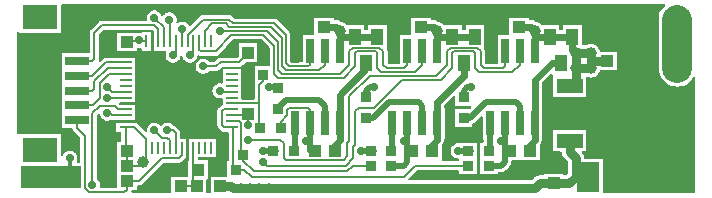
<source format=gbr>
G04 --- HEADER BEGIN --- *
%TF.GenerationSoftware,LibrePCB,LibrePCB,0.1.1-unstable*%
%TF.CreationDate,2019-06-09T12:53:25*%
%TF.ProjectId,Brushless Controller - default,345039e0-aa20-4574-aecf-6ad16ab42204,v1*%
%TF.Part,Single*%
%FSLAX66Y66*%
%MOMM*%
G01*
G74*
G04 --- HEADER END --- *
G04 --- APERTURE LIST BEGIN --- *
%ADD10R,1.0X1.1*%
%ADD11R,1.1X1.0*%
%ADD12R,0.85X0.95*%
%ADD13R,1.0X1.4*%
%ADD14R,1.95X2.5*%
%ADD15R,0.95X0.85*%
%ADD16R,2.2X3.6*%
%ADD17R,2.235X1.219*%
%ADD18R,0.6604X2.032*%
%ADD19R,1.0X1.0*%
%ADD20P,2.54X8X22.5*%
%ADD21R,5.08X1.8288*%
%ADD22R,3.0X2.1*%
%ADD23R,2.0X0.8*%
%ADD24R,1.0X0.2*%
%ADD25R,0.2X1.0*%
%ADD26P,2.54X8X292.5*%
%ADD27C,2.54*%
%ADD28C,0.7*%
%ADD29C,1.0*%
%ADD30C,0.8*%
%ADD31C,0.6*%
%ADD32C,0.5*%
%ADD33C,0.2*%
%ADD34C,2.5*%
%ADD35C,0.3*%
%ADD36C,0.0*%
G04 --- APERTURE LIST END --- *
G04 --- BOARD BEGIN --- *
D10*
X19843750Y10421250D03*
X19843750Y12121250D03*
D11*
X33757500Y3810000D03*
X35457500Y3810000D03*
X41060000Y14287500D03*
X42760000Y14287500D03*
D10*
X45720000Y2755000D03*
X45720000Y1055000D03*
D12*
X29845000Y8336250D03*
X29845000Y6586250D03*
D13*
X37150000Y13482500D03*
X38100000Y11282500D03*
X39050000Y13482500D03*
D11*
X32805000Y14287500D03*
X34505000Y14287500D03*
X7881250Y2540000D03*
X9581250Y2540000D03*
D14*
X51690000Y1587500D03*
X48640000Y1587500D03*
D11*
X12485000Y793750D03*
X14185000Y793750D03*
D15*
X21985000Y3810000D03*
X23735000Y3810000D03*
D11*
X51967500Y11430000D03*
X50267500Y11430000D03*
D16*
X53264000Y6985000D03*
D17*
X47066000Y4674000D03*
X47066000Y6985000D03*
X47066000Y9296000D03*
D12*
X21113750Y10237500D03*
X21113750Y11987500D03*
D11*
X7881250Y3810000D03*
X9581250Y3810000D03*
X24550000Y14287500D03*
X26250000Y14287500D03*
D18*
X40322500Y12280900D03*
X41592500Y6134100D03*
X40322500Y6134100D03*
X42862500Y12280900D03*
X42862500Y6134100D03*
X44132500Y6134100D03*
X44132500Y12280900D03*
X41592500Y12280900D03*
D11*
X13913750Y2222500D03*
X15613750Y2222500D03*
D19*
X17510000Y793750D03*
X15510000Y793750D03*
D20*
X56197500Y1587500D03*
D11*
X7881250Y13017500D03*
X9581250Y13017500D03*
D15*
X38495000Y2540000D03*
X40245000Y2540000D03*
D20*
X56197500Y14922500D03*
D11*
X7881250Y1270000D03*
X9581250Y1270000D03*
D21*
X3175000Y1587500D03*
D10*
X19843750Y8628750D03*
X19843750Y6928750D03*
D11*
X42012500Y3810000D03*
X43712500Y3810000D03*
X25502500Y3810000D03*
X27202500Y3810000D03*
D22*
X2232500Y15150000D03*
X2232500Y3900000D03*
D23*
X5357500Y7650000D03*
X5357500Y12650000D03*
X5357500Y10150000D03*
X5357500Y11400000D03*
X5357500Y8900000D03*
X5357500Y6400000D03*
D18*
X32067500Y12280900D03*
X33337500Y6134100D03*
X32067500Y6134100D03*
X34607500Y12280900D03*
X34607500Y6134100D03*
X35877500Y6134100D03*
X35877500Y12280900D03*
X33337500Y12280900D03*
D24*
X9470000Y10322500D03*
X9470000Y6322500D03*
X9470000Y6822500D03*
X18470000Y10322500D03*
D25*
X13220000Y13072500D03*
D24*
X18470000Y6822500D03*
X18470000Y11322500D03*
D25*
X16720000Y13072500D03*
D24*
X9470000Y9322500D03*
X9470000Y11322500D03*
D25*
X16720000Y4072500D03*
X12720000Y13072500D03*
D24*
X9470000Y7322500D03*
D25*
X12720000Y4072500D03*
X15220000Y4072500D03*
D24*
X18470000Y9822500D03*
X18470000Y7322500D03*
X18470000Y6322500D03*
D25*
X15720000Y4072500D03*
X14220000Y13072500D03*
X16220000Y4072500D03*
D24*
X18470000Y10822500D03*
D25*
X11220000Y4072500D03*
X14720000Y13072500D03*
D24*
X9470000Y9822500D03*
D25*
X13720000Y4072500D03*
X14220000Y4072500D03*
X16220000Y13072500D03*
D24*
X18470000Y8822500D03*
D25*
X11720000Y4072500D03*
D24*
X9470000Y5822500D03*
X9470000Y10822500D03*
D25*
X15720000Y13072500D03*
X12220000Y13072500D03*
X13220000Y4072500D03*
D24*
X18470000Y9322500D03*
X18470000Y8322500D03*
D25*
X14720000Y4072500D03*
D24*
X9470000Y8822500D03*
D25*
X11220000Y13072500D03*
D24*
X9470000Y7822500D03*
X18470000Y7822500D03*
D25*
X12220000Y4072500D03*
X11720000Y13072500D03*
X15220000Y13072500D03*
D24*
X18470000Y5822500D03*
X9470000Y8322500D03*
D25*
X13720000Y13072500D03*
D13*
X28895000Y13482500D03*
X29845000Y11282500D03*
X30795000Y13482500D03*
D12*
X22383750Y9130000D03*
X22383750Y7380000D03*
D15*
X30240000Y2540000D03*
X31990000Y2540000D03*
X30240000Y3810000D03*
X31990000Y3810000D03*
X19448750Y3492500D03*
X17698750Y3492500D03*
X18813750Y2222500D03*
X17063750Y2222500D03*
D13*
X45405000Y13482500D03*
X46355000Y11282500D03*
X47305000Y13482500D03*
D15*
X20873750Y5715000D03*
X22623750Y5715000D03*
D18*
X23812500Y12280900D03*
X25082500Y6134100D03*
X23812500Y6134100D03*
X26352500Y12280900D03*
X26352500Y6134100D03*
X27622500Y6134100D03*
X27622500Y12280900D03*
X25082500Y12280900D03*
D12*
X38100000Y8336250D03*
X38100000Y6586250D03*
D15*
X38495000Y3810000D03*
X40245000Y3810000D03*
D26*
X56197500Y5715000D03*
D27*
X56197500Y10795000D03*
D28*
X14922500Y15557500D03*
X37623750Y3810000D03*
X19843750Y9525000D03*
X7937500Y9207500D03*
X21113750Y2857500D03*
X14922500Y11906250D03*
X21590000Y9207500D03*
X15557500Y5715000D03*
X30480000Y9207500D03*
X14287500Y5715000D03*
X15240000Y6350000D03*
X21113750Y3810000D03*
X10953750Y9366250D03*
X6667500Y952500D03*
X33020000Y4603750D03*
D29*
X48895000Y10795000D03*
X47625000Y10795000D03*
X47625000Y12065000D03*
X48895000Y12065000D03*
X44132500Y13970000D03*
D28*
X1587500Y8890000D03*
X14128750Y15557500D03*
X38735000Y9207500D03*
X3016250Y7620000D03*
X7461250Y5715000D03*
X14287500Y14128750D03*
X17462500Y13970000D03*
X3016250Y8890000D03*
X7461250Y4921250D03*
X3016250Y6350000D03*
X13176250Y14922500D03*
X14922500Y5715000D03*
X10636250Y13176250D03*
X16033750Y10953750D03*
D29*
X10953750Y2857500D03*
D30*
X21590000Y635000D03*
X20002500Y635000D03*
X19208750Y635000D03*
X20796250Y635000D03*
D28*
X7937500Y8255000D03*
X1587500Y6350000D03*
X24765000Y4603750D03*
D29*
X27622500Y13970000D03*
D28*
X19843750Y6032500D03*
X29368750Y3810000D03*
X41275000Y4603750D03*
X1587500Y7620000D03*
X19843750Y4762500D03*
X13493750Y11906250D03*
X12858750Y2381250D03*
X4762500Y3175000D03*
X13017500Y5556250D03*
X1587500Y10160000D03*
X11906250Y15081250D03*
X11906250Y5556250D03*
D29*
X35877500Y13970000D03*
D28*
X4445000Y15875000D03*
X7937500Y6985000D03*
X3016250Y10160000D03*
X17462500Y8890000D03*
D31*
X35457500Y3810000D02*
X35457500Y4342500D01*
X35877500Y7937500D02*
X35877500Y6350000D01*
X35457500Y4342500D02*
X35877500Y4762500D01*
X38100000Y10160000D02*
X35877500Y7937500D01*
X35877500Y6134100D02*
X35877500Y6350000D01*
X38100000Y11282500D02*
X38100000Y10160000D01*
X35877500Y4762500D02*
X35877500Y6350000D01*
D32*
X38495000Y3810000D02*
X38735000Y3810000D01*
X37623750Y3810000D02*
X38735000Y3810000D01*
D33*
X8322500Y8822500D02*
X7937500Y9207500D01*
X9470000Y8822500D02*
X8322500Y8822500D01*
D32*
X38100000Y6586250D02*
X38653750Y6586250D01*
X42545000Y7937500D02*
X42862500Y7620000D01*
X42862500Y6134100D02*
X42862500Y6032500D01*
X38653750Y6586250D02*
X40005000Y7937500D01*
X40005000Y7937500D02*
X42545000Y7937500D01*
X42862500Y7620000D02*
X42862500Y6032500D01*
D33*
X28892500Y4286250D02*
X28892500Y7143750D01*
X30480000Y7461250D02*
X29210000Y7461250D01*
X28892500Y7143750D02*
X29210000Y7461250D01*
X36195000Y9842500D02*
X32861250Y9842500D01*
X15220000Y12203750D02*
X14922500Y11906250D01*
X42862500Y11112500D02*
X42227500Y10477500D01*
X42862500Y12280900D02*
X42862500Y11112500D01*
X37147500Y10795000D02*
X36195000Y9842500D01*
X28733750Y3175000D02*
X28098750Y2540000D01*
X15220000Y13072500D02*
X15220000Y12203750D01*
X37147500Y12065000D02*
X37147500Y10795000D01*
X28098750Y2540000D02*
X21431250Y2540000D01*
X32861250Y9842500D02*
X30480000Y7461250D01*
X28733750Y3175000D02*
X28733750Y4127500D01*
X42227500Y10477500D02*
X39370000Y10477500D01*
X39052500Y10795000D02*
X39052500Y12065000D01*
X39052500Y12065000D02*
X38893750Y12223750D01*
X28733750Y4127500D02*
X28892500Y4286250D01*
X38893750Y12223750D02*
X37306250Y12223750D01*
X37306250Y12223750D02*
X37147500Y12065000D01*
X39370000Y10477500D02*
X39052500Y10795000D01*
X21431250Y2540000D02*
X21113750Y2857500D01*
D32*
X21590000Y9207500D02*
X22383750Y9207500D01*
X22383750Y9130000D02*
X22383750Y9207500D01*
X29845000Y8890000D02*
X30162500Y9207500D01*
X30162500Y9207500D02*
X30480000Y9207500D01*
X29845000Y8336250D02*
X29845000Y8890000D01*
X23812500Y6134100D02*
X23812500Y3810000D01*
X23735000Y3810000D02*
X23812500Y3810000D01*
X21985000Y3810000D02*
X22225000Y3810000D01*
X21113750Y3810000D02*
X22225000Y3810000D01*
D33*
X7302500Y7620000D02*
X6667500Y6985000D01*
X8572500Y7620000D02*
X7302500Y7620000D01*
X8870000Y7322500D02*
X8572500Y7620000D01*
X6667500Y6985000D02*
X6667500Y952500D01*
X9470000Y7322500D02*
X8870000Y7322500D01*
D32*
X31990000Y2540000D02*
X33020000Y2540000D01*
X33337500Y2857500D02*
X33337500Y3810000D01*
X33020000Y4603750D02*
X33337500Y4603750D01*
X33757500Y3810000D02*
X33337500Y3810000D01*
X33337500Y3810000D02*
X33337500Y4603750D01*
X33337500Y6134100D02*
X33337500Y4603750D01*
X33020000Y2540000D02*
X33337500Y2857500D01*
X32067500Y6134100D02*
X32067500Y3810000D01*
X31990000Y3810000D02*
X32067500Y3810000D01*
D30*
X47625000Y10795000D02*
X47625000Y12065000D01*
D31*
X42760000Y14287500D02*
X43815000Y14287500D01*
X47305000Y12385000D02*
X47625000Y12065000D01*
D30*
X48895000Y11430000D02*
X48895000Y10795000D01*
D31*
X47305000Y13482500D02*
X47305000Y12385000D01*
D30*
X50267500Y11430000D02*
X48895000Y11430000D01*
X48895000Y12065000D02*
X47625000Y12065000D01*
X48895000Y12065000D02*
X48895000Y11430000D01*
X47625000Y10795000D02*
X48895000Y10795000D01*
D31*
X44132500Y13970000D02*
X44132500Y13482500D01*
D30*
X47625000Y9296000D02*
X47625000Y10795000D01*
D31*
X44132500Y12280900D02*
X44132500Y13482500D01*
X47305000Y13482500D02*
X44132500Y13482500D01*
X43815000Y14287500D02*
X44132500Y13970000D01*
D30*
X47066000Y9296000D02*
X47625000Y9296000D01*
D33*
X19448750Y2935000D02*
X20320000Y2063750D01*
X28733750Y2540000D02*
X28257500Y2063750D01*
X19077500Y6322500D02*
X19208750Y6191250D01*
X19448750Y3492500D02*
X19208750Y3651250D01*
X18470000Y6322500D02*
X19077500Y6322500D01*
X19448750Y3492500D02*
X19448750Y2935000D01*
X28257500Y2063750D02*
X20320000Y2063750D01*
X30240000Y2540000D02*
X28733750Y2540000D01*
X19208750Y6191250D02*
X19208750Y3651250D01*
D31*
X45572500Y11282500D02*
X44132500Y9842500D01*
X44132500Y6032500D02*
X44132500Y6134100D01*
X44132500Y9842500D02*
X44132500Y6350000D01*
X46355000Y11282500D02*
X45572500Y11282500D01*
X43712500Y4342500D02*
X44132500Y4762500D01*
X44132500Y6134100D02*
X44132500Y6350000D01*
X43712500Y3810000D02*
X43712500Y4342500D01*
X44132500Y4762500D02*
X44132500Y6032500D01*
D32*
X38417500Y9207500D02*
X38735000Y9207500D01*
X38100000Y8890000D02*
X38417500Y9207500D01*
X38100000Y8336250D02*
X38100000Y8890000D01*
X26352500Y6134100D02*
X26352500Y6191250D01*
X22302500Y7380000D02*
X23018750Y8096250D01*
X22383750Y7380000D02*
X22302500Y7380000D01*
X25876250Y8096250D02*
X26352500Y7620000D01*
X26352500Y7620000D02*
X26352500Y6191250D01*
X23018750Y8096250D02*
X25876250Y8096250D01*
D33*
X31591250Y10795000D02*
X31273750Y11112500D01*
X27622500Y10318750D02*
X22701250Y10318750D01*
X28416250Y11112500D02*
X27622500Y10318750D01*
X21431250Y13970000D02*
X17462500Y13970000D01*
X28733750Y12541250D02*
X28416250Y12223750D01*
X28416250Y12223750D02*
X28416250Y11112500D01*
X22701250Y10318750D02*
X22383750Y10636250D01*
X22383750Y13017500D02*
X21431250Y13970000D01*
X33020000Y10795000D02*
X31591250Y10795000D01*
X30956250Y12541250D02*
X28733750Y12541250D01*
X31273750Y11112500D02*
X31273750Y12223750D01*
X22383750Y10636250D02*
X22383750Y13017500D01*
X31273750Y12223750D02*
X30956250Y12541250D01*
X14220000Y13072500D02*
X14220000Y14061250D01*
X33337500Y12280900D02*
X33337500Y11112500D01*
X33337500Y11112500D02*
X33020000Y10795000D01*
X14220000Y14061250D02*
X14287500Y14128750D01*
D32*
X34607500Y7620000D02*
X34607500Y6350000D01*
X29845000Y6586250D02*
X30398750Y6586250D01*
X30398750Y6586250D02*
X31750000Y7937500D01*
X34290000Y7937500D02*
X34607500Y7620000D01*
X31750000Y7937500D02*
X34290000Y7937500D01*
X34607500Y6134100D02*
X34607500Y6350000D01*
D33*
X13220000Y14878750D02*
X13176250Y14922500D01*
X13220000Y13072500D02*
X13220000Y14878750D01*
X5357500Y8900000D02*
X6667500Y8890000D01*
X6826250Y9683750D02*
X6826250Y9048750D01*
X7965000Y10822500D02*
X6826250Y9683750D01*
X9470000Y10822500D02*
X7965000Y10822500D01*
X6826250Y9048750D02*
X6667500Y8890000D01*
X17145000Y10953750D02*
X16033750Y10953750D01*
X18470000Y11322500D02*
X17513750Y11322500D01*
X11220000Y4072500D02*
X11220000Y4813750D01*
D30*
X20002500Y635000D02*
X19208750Y635000D01*
D33*
X19843750Y12121250D02*
X19741250Y11962500D01*
X11220000Y3123750D02*
X10953750Y2857500D01*
X9581250Y3810000D02*
X9470000Y4023750D01*
X9581250Y13017500D02*
X9580000Y13072500D01*
X9470000Y5822500D02*
X9470000Y4023750D01*
D30*
X45720000Y1055000D02*
X44552500Y1055000D01*
X45720000Y1055000D02*
X46990000Y1055000D01*
D33*
X9581250Y3707500D02*
X9581250Y3810000D01*
X17513750Y11322500D02*
X17145000Y10953750D01*
X10636250Y2540000D02*
X10953750Y2857500D01*
X9581250Y2540000D02*
X9581250Y3707500D01*
D30*
X19208750Y635000D02*
X18573750Y635000D01*
X47625000Y1587500D02*
X47625000Y3175000D01*
X21590000Y635000D02*
X44132500Y635000D01*
D33*
X19741250Y11962500D02*
X19105000Y11326250D01*
D30*
X18415000Y793750D02*
X17621250Y793750D01*
D33*
X10740000Y13072500D02*
X10636250Y13176250D01*
D30*
X21590000Y635000D02*
X20796250Y635000D01*
X20796250Y635000D02*
X20002500Y635000D01*
X48640000Y1587500D02*
X47625000Y1587500D01*
D33*
X11220000Y4072500D02*
X11220000Y3123750D01*
X10740000Y13072500D02*
X9580000Y13072500D01*
D30*
X47066000Y3734000D02*
X47625000Y3175000D01*
X18573750Y635000D02*
X18415000Y793750D01*
X44552500Y1055000D02*
X44132500Y635000D01*
D33*
X10211250Y5822500D02*
X11220000Y4813750D01*
D30*
X47625000Y1587500D02*
X46990000Y1055000D01*
X47066000Y4674000D02*
X47066000Y3734000D01*
D33*
X9470000Y5822500D02*
X10211250Y5822500D01*
X9581250Y2540000D02*
X10636250Y2540000D01*
D30*
X17510000Y793750D02*
X17621250Y793750D01*
D33*
X18470000Y11322500D02*
X19105000Y11326250D01*
X11220000Y13072500D02*
X10740000Y13072500D01*
X8005000Y8322500D02*
X7937500Y8255000D01*
X9470000Y8322500D02*
X8005000Y8322500D01*
X7461250Y14446250D02*
X6826250Y13811250D01*
X12220000Y13072500D02*
X12220000Y14132500D01*
X6826250Y11588750D02*
X6826250Y13811250D01*
X5357500Y11400000D02*
X6637500Y11400000D01*
X12220000Y14132500D02*
X11906250Y14446250D01*
X6637500Y11400000D02*
X6826250Y11588750D01*
X11906250Y14446250D02*
X7461250Y14446250D01*
D34*
X56197500Y14922500D02*
X56197500Y10795000D01*
D33*
X22623750Y6272500D02*
X23177500Y6826250D01*
D32*
X25082500Y6134100D02*
X25082500Y4603750D01*
D33*
X23336250Y7461250D02*
X24923750Y7461250D01*
X23177500Y6826250D02*
X23177500Y7302500D01*
X25082500Y7302500D02*
X25082500Y6191250D01*
D32*
X25502500Y3810000D02*
X25082500Y3810000D01*
D33*
X23177500Y7302500D02*
X23336250Y7461250D01*
D32*
X24765000Y4603750D02*
X25082500Y4603750D01*
D33*
X25082500Y6191250D02*
X25082500Y6134100D01*
D32*
X25082500Y3810000D02*
X25082500Y4603750D01*
D33*
X24923750Y7461250D02*
X25082500Y7302500D01*
X22623750Y5715000D02*
X22623750Y6272500D01*
X18470000Y7822500D02*
X20796250Y7822500D01*
X20796250Y9366250D02*
X21113750Y9683750D01*
X20873750Y5715000D02*
X20796250Y5792500D01*
X20796250Y5792500D02*
X20796250Y7822500D01*
X21113750Y9683750D02*
X21113750Y10318750D01*
X20796250Y7822500D02*
X20796250Y9366250D01*
X21113750Y10237500D02*
X21113750Y10318750D01*
X28892500Y12065000D02*
X28892500Y10953750D01*
X29051250Y12223750D02*
X28892500Y12065000D01*
X30797500Y12065000D02*
X30638750Y12223750D01*
X33972500Y10477500D02*
X31115000Y10477500D01*
X28892500Y10953750D02*
X27940000Y10001250D01*
X34607500Y12280900D02*
X34607500Y11112500D01*
X15720000Y12378750D02*
X15875000Y12223750D01*
X22383750Y10001250D02*
X22066250Y10318750D01*
X22066250Y10318750D02*
X22066250Y12700000D01*
X30797500Y10795000D02*
X30797500Y12065000D01*
X15720000Y13072500D02*
X15720000Y12378750D01*
X15875000Y12223750D02*
X17145000Y12223750D01*
X31115000Y10477500D02*
X30797500Y10795000D01*
X17145000Y12223750D02*
X18415000Y13652500D01*
X27940000Y10001250D02*
X22383750Y10001250D01*
X22066250Y12700000D02*
X21113750Y13652500D01*
X21113750Y13652500D02*
X18415000Y13652500D01*
X30638750Y12223750D02*
X29051250Y12223750D01*
X34607500Y11112500D02*
X33972500Y10477500D01*
X5357500Y7650000D02*
X6697500Y7650000D01*
X8100000Y10322500D02*
X7302500Y9525000D01*
X6697500Y7650000D02*
X7302500Y8255000D01*
X7302500Y8255000D02*
X7302500Y9525000D01*
X9470000Y10322500D02*
X8100000Y10322500D01*
D31*
X27622500Y13970000D02*
X27622500Y13482500D01*
X30795000Y13482500D02*
X27622500Y13482500D01*
X26250000Y14287500D02*
X27305000Y14287500D01*
X27622500Y12280900D02*
X27622500Y13482500D01*
X27305000Y14287500D02*
X27622500Y13970000D01*
D33*
X19843750Y6928750D02*
X19681250Y6822500D01*
X19843750Y6667500D02*
X19681250Y6822500D01*
X18470000Y6822500D02*
X19681250Y6822500D01*
X19843750Y6032500D02*
X19843750Y6667500D01*
D32*
X29368750Y3810000D02*
X30480000Y3810000D01*
X30240000Y3810000D02*
X30480000Y3810000D01*
X41592500Y2857500D02*
X41592500Y3810000D01*
X41592500Y6134100D02*
X41592500Y4603750D01*
X41275000Y2540000D02*
X41592500Y2857500D01*
X40245000Y2540000D02*
X41275000Y2540000D01*
X41275000Y4603750D02*
X41592500Y4603750D01*
X41592500Y3810000D02*
X41592500Y4603750D01*
X42012500Y3810000D02*
X41592500Y3810000D01*
D33*
X15220000Y2222500D02*
X15220000Y793750D01*
X15510000Y793750D02*
X15220000Y793750D01*
X14185000Y793750D02*
X15220000Y793750D01*
X15220000Y4072500D02*
X15220000Y2222500D01*
X15613750Y2222500D02*
X15220000Y2222500D01*
X22542500Y4762500D02*
X19843750Y4762500D01*
X36671250Y11112500D02*
X35718750Y10160000D01*
X39528750Y11112500D02*
X39528750Y12223750D01*
X13720000Y13072500D02*
X13720000Y12132500D01*
X36988750Y12541250D02*
X36671250Y12223750D01*
X22860000Y3175000D02*
X22860000Y4445000D01*
X39211250Y12541250D02*
X36988750Y12541250D01*
X39846250Y10795000D02*
X39528750Y11112500D01*
X28257500Y3333750D02*
X27940000Y3016250D01*
X23018750Y3016250D02*
X22860000Y3175000D01*
X28416250Y8413750D02*
X28416250Y4603750D01*
X22860000Y4445000D02*
X22542500Y4762500D01*
X27940000Y3016250D02*
X23018750Y3016250D01*
X35718750Y10160000D02*
X30162500Y10160000D01*
X36671250Y12223750D02*
X36671250Y11112500D01*
X41433750Y10795000D02*
X39846250Y10795000D01*
X13720000Y12132500D02*
X13493750Y11906250D01*
X30162500Y10160000D02*
X28416250Y8413750D01*
X28257500Y4445000D02*
X28257500Y3333750D01*
X39528750Y12223750D02*
X39211250Y12541250D01*
X41592500Y12280900D02*
X41592500Y10953750D01*
X41592500Y10953750D02*
X41433750Y10795000D01*
X28416250Y4603750D02*
X28257500Y4445000D01*
X14720000Y13072500D02*
X14720000Y13608750D01*
X18573750Y14605000D02*
X22066250Y14605000D01*
X18256250Y14922500D02*
X18573750Y14605000D01*
X23336250Y10953750D02*
X23018750Y11271250D01*
X22066250Y14605000D02*
X23018750Y13652500D01*
X14720000Y13608750D02*
X16033750Y14922500D01*
X23018750Y11271250D02*
X23018750Y13652500D01*
X25082500Y12280900D02*
X25082500Y11112500D01*
X16033750Y14922500D02*
X18256250Y14922500D01*
X24923750Y10953750D02*
X23336250Y10953750D01*
X25082500Y11112500D02*
X24923750Y10953750D01*
X23018750Y10636250D02*
X22701250Y10953750D01*
X16220000Y13072500D02*
X16220000Y13997500D01*
X18256250Y14287500D02*
X21748750Y14287500D01*
X21748750Y14287500D02*
X22701250Y13335000D01*
X17938750Y14605000D02*
X18256250Y14287500D01*
X22701250Y13335000D02*
X22701250Y10953750D01*
X16220000Y13997500D02*
X16827500Y14605000D01*
X25876250Y10636250D02*
X23018750Y10636250D01*
X26352500Y12280900D02*
X26352500Y11112500D01*
X26352500Y11112500D02*
X25876250Y10636250D01*
X16827500Y14605000D02*
X17938750Y14605000D01*
D31*
X27622500Y8572500D02*
X27622500Y6032500D01*
X27622500Y4762500D02*
X27622500Y6032500D01*
X29845000Y11282500D02*
X29845000Y10795000D01*
X27622500Y6134100D02*
X27622500Y6032500D01*
X27202500Y3810000D02*
X27202500Y4342500D01*
X29845000Y10795000D02*
X27622500Y8572500D01*
X27202500Y4342500D02*
X27622500Y4762500D01*
D35*
X3175000Y1587500D02*
X4762500Y1587500D01*
X4762500Y3175000D02*
X4762500Y1587500D01*
D33*
X13720000Y5330000D02*
X13493750Y5556250D01*
X13493750Y5556250D02*
X13017500Y5556250D01*
X13720000Y4072500D02*
X13720000Y5330000D01*
X9470000Y11322500D02*
X7830000Y11322500D01*
X5357500Y10150000D02*
X6667500Y10160000D01*
X7830000Y11322500D02*
X6667500Y10160000D01*
X12720000Y13072500D02*
X12720000Y14267500D01*
X12720000Y14267500D02*
X11906250Y15081250D01*
X12541250Y4921250D02*
X11906250Y5556250D01*
X13220000Y4072500D02*
X13220000Y4718750D01*
X13220000Y4718750D02*
X13017500Y4921250D01*
X13017500Y4921250D02*
X12541250Y4921250D01*
X18470000Y5822500D02*
X18573750Y5822500D01*
X19526250Y2222500D02*
X18891250Y2222500D01*
X18813750Y2222500D02*
X18891250Y2222500D01*
X18470000Y7322500D02*
X17800000Y7322500D01*
X17800000Y7322500D02*
X17621250Y7143750D01*
X17831250Y5822500D02*
X17621250Y6032500D01*
X18813750Y2222500D02*
X18573750Y2222500D01*
X33020000Y1587500D02*
X20161250Y1587500D01*
X33972500Y2540000D02*
X33020000Y1587500D01*
X38495000Y2540000D02*
X33972500Y2540000D01*
X18573750Y2222500D02*
X18573750Y5822500D01*
X17621250Y7143750D02*
X17621250Y6032500D01*
X18470000Y5822500D02*
X17831250Y5822500D01*
X20161250Y1587500D02*
X19526250Y2222500D01*
D31*
X34505000Y14287500D02*
X35560000Y14287500D01*
X39050000Y13482500D02*
X35877500Y13482500D01*
X35877500Y12280900D02*
X35877500Y13482500D01*
X35560000Y14287500D02*
X35877500Y13970000D01*
X35877500Y13970000D02*
X35877500Y13482500D01*
D33*
X8417500Y6822500D02*
X7937500Y6985000D01*
X9470000Y6822500D02*
X8417500Y6822500D01*
D32*
X40322500Y6134100D02*
X40322500Y3810000D01*
X40245000Y3810000D02*
X40322500Y3810000D01*
D33*
X13970000Y3175000D02*
X12541250Y3175000D01*
X5357500Y5755000D02*
X6032500Y5080000D01*
X14220000Y3425000D02*
X13970000Y3175000D01*
X6032500Y5080000D02*
X6032500Y635000D01*
X10636250Y1270000D02*
X9683750Y1270000D01*
X9366250Y317500D02*
X6350000Y317500D01*
X9581250Y1270000D02*
X9581250Y532500D01*
X14220000Y4072500D02*
X14220000Y3425000D01*
X5357500Y6400000D02*
X5357500Y5755000D01*
X9683750Y1270000D02*
X9581250Y1270000D01*
X6032500Y635000D02*
X6350000Y317500D01*
X9581250Y532500D02*
X9366250Y317500D01*
X12541250Y3175000D02*
X10636250Y1270000D01*
X18470000Y8822500D02*
X17530000Y8822500D01*
X17530000Y8822500D02*
X17462500Y8890000D01*
D36*
G36*
X57679327Y299500D02*
X57720000Y380000D01*
X57720000Y9967550D01*
X57700500Y10026877D01*
X57649605Y10063067D01*
X57587164Y10062005D01*
X57534736Y10019800D01*
X57453530Y9887283D01*
X57448922Y9880941D01*
X57296073Y9701979D01*
X57290520Y9696426D01*
X57111558Y9543577D01*
X57105216Y9538969D01*
X56904533Y9415991D01*
X56897556Y9412436D01*
X56680108Y9322367D01*
X56672653Y9319944D01*
X56443788Y9264999D01*
X56436064Y9263775D01*
X56201414Y9245308D01*
X56193586Y9245308D01*
X55958935Y9263775D01*
X55951211Y9264999D01*
X55722346Y9319944D01*
X55714891Y9322367D01*
X55497443Y9412436D01*
X55490466Y9415991D01*
X55289783Y9538969D01*
X55283441Y9543577D01*
X55104479Y9696426D01*
X55098926Y9701979D01*
X54946077Y9880941D01*
X54941469Y9887283D01*
X54818491Y10087966D01*
X54814936Y10094943D01*
X54724867Y10312391D01*
X54722444Y10319846D01*
X54667499Y10548711D01*
X54666275Y10556435D01*
X54647808Y10791086D01*
X54647808Y10798914D01*
X54666583Y11037473D01*
X54666580Y11037473D01*
X54667500Y11049165D01*
X54667500Y14232184D01*
X54659888Y14270452D01*
X54647500Y14300360D01*
X54647500Y15544640D01*
X54661564Y15578595D01*
X55132258Y16049289D01*
X55160420Y16105029D01*
X55150022Y16166607D01*
X55105118Y16210008D01*
X55061547Y16220000D01*
X4112500Y16220000D01*
X4053173Y16200500D01*
X4012500Y16120000D01*
X4012500Y13836013D01*
X4010934Y13831248D01*
X3988672Y13820000D01*
X468513Y13820000D01*
X455716Y13824206D01*
X425095Y13854827D01*
X363349Y13864176D01*
X308097Y13835070D01*
X280000Y13765572D01*
X280000Y5293369D01*
X299500Y5234042D01*
X350395Y5197852D01*
X425096Y5204115D01*
X476328Y5230000D01*
X3996487Y5230000D01*
X4001252Y5228434D01*
X4012500Y5206172D01*
X4012500Y3505788D01*
X4032000Y3446461D01*
X4082895Y3410271D01*
X4145336Y3411333D01*
X4201045Y3459315D01*
X4208097Y3472752D01*
X4287503Y3587791D01*
X4295465Y3596777D01*
X4400090Y3689467D01*
X4409976Y3696291D01*
X4533738Y3761247D01*
X4544975Y3765509D01*
X4680684Y3798957D01*
X4692613Y3800406D01*
X4832386Y3800406D01*
X4844315Y3798957D01*
X4980024Y3765509D01*
X4991261Y3761247D01*
X5115023Y3696291D01*
X5124909Y3689467D01*
X5229534Y3596777D01*
X5237496Y3587791D01*
X5316902Y3472752D01*
X5322481Y3462121D01*
X5372050Y3331420D01*
X5374922Y3319767D01*
X5391771Y3181004D01*
X5391771Y3168996D01*
X5374922Y3030232D01*
X5372050Y3018582D01*
X5333662Y2917361D01*
X5330857Y2854974D01*
X5365612Y2803088D01*
X5427164Y2781900D01*
X5552500Y2781900D01*
X5611827Y2801400D01*
X5652500Y2881900D01*
X5652500Y4881177D01*
X5623211Y4951888D01*
X5091576Y5483523D01*
X5086490Y5489479D01*
X5075852Y5504120D01*
X5065662Y5516052D01*
X5055639Y5526075D01*
X5046501Y5538653D01*
X5040071Y5551272D01*
X5031874Y5564648D01*
X5023542Y5576116D01*
X5016487Y5589963D01*
X5012108Y5603441D01*
X5006103Y5617938D01*
X4999671Y5630561D01*
X4993062Y5650902D01*
X4956183Y5701300D01*
X4897956Y5720000D01*
X4093513Y5720000D01*
X4088748Y5721566D01*
X4077500Y5743828D01*
X4077500Y12063987D01*
X4079066Y12068752D01*
X4101328Y12080000D01*
X6346250Y12080000D01*
X6405577Y12099500D01*
X6446250Y12180000D01*
X6446250Y13807319D01*
X6446865Y13815132D01*
X6449697Y13833014D01*
X6450928Y13848657D01*
X6450928Y13862827D01*
X6453360Y13878182D01*
X6457738Y13891656D01*
X6461402Y13906918D01*
X6463616Y13920899D01*
X6468421Y13935688D01*
X6474852Y13948309D01*
X6480857Y13962806D01*
X6485236Y13976284D01*
X6492292Y13990132D01*
X6500622Y14001597D01*
X6508821Y14014977D01*
X6515254Y14027602D01*
X6524384Y14040169D01*
X6534404Y14050189D01*
X6544595Y14062121D01*
X6555247Y14076782D01*
X6560321Y14082723D01*
X7189777Y14712179D01*
X7195718Y14717253D01*
X7210379Y14727905D01*
X7222311Y14738096D01*
X7232330Y14748115D01*
X7244897Y14757245D01*
X7257522Y14763678D01*
X7270902Y14771877D01*
X7282367Y14780207D01*
X7296215Y14787263D01*
X7309693Y14791642D01*
X7324190Y14797647D01*
X7336811Y14804078D01*
X7351599Y14808883D01*
X7365587Y14811098D01*
X7380848Y14814762D01*
X7394314Y14819138D01*
X7409676Y14821571D01*
X7423837Y14821571D01*
X7439481Y14822802D01*
X7457369Y14825635D01*
X7465181Y14826250D01*
X11194335Y14826250D01*
X11253662Y14845750D01*
X11289852Y14896645D01*
X11293606Y14938303D01*
X11276979Y15075246D01*
X11276979Y15087254D01*
X11293828Y15226018D01*
X11296699Y15237668D01*
X11346268Y15368371D01*
X11351847Y15379002D01*
X11431253Y15494041D01*
X11439215Y15503027D01*
X11543840Y15595717D01*
X11553726Y15602541D01*
X11677488Y15667497D01*
X11688725Y15671759D01*
X11824434Y15705207D01*
X11836363Y15706656D01*
X11976136Y15706656D01*
X11988065Y15705207D01*
X12123774Y15671759D01*
X12135011Y15667497D01*
X12258773Y15602541D01*
X12268659Y15595717D01*
X12373284Y15503027D01*
X12381246Y15494041D01*
X12460652Y15379002D01*
X12466231Y15368372D01*
X12490103Y15305425D01*
X12529373Y15256868D01*
X12589794Y15241077D01*
X12665903Y15284078D01*
X12701253Y15335291D01*
X12709215Y15344277D01*
X12813840Y15436967D01*
X12823726Y15443791D01*
X12947488Y15508747D01*
X12958725Y15513009D01*
X13094434Y15546457D01*
X13106363Y15547906D01*
X13246136Y15547906D01*
X13258065Y15546457D01*
X13393774Y15513009D01*
X13405011Y15508747D01*
X13528773Y15443791D01*
X13538659Y15436967D01*
X13643284Y15344277D01*
X13651246Y15335291D01*
X13730652Y15220252D01*
X13736231Y15209621D01*
X13785800Y15078920D01*
X13788672Y15067267D01*
X13805521Y14928504D01*
X13805521Y14916496D01*
X13788672Y14777732D01*
X13784351Y14760202D01*
X13786646Y14759636D01*
X13784275Y14707095D01*
X13819022Y14655204D01*
X13877779Y14634046D01*
X13928631Y14649112D01*
X13929619Y14647229D01*
X14058738Y14714997D01*
X14069975Y14719259D01*
X14205684Y14752707D01*
X14217613Y14754156D01*
X14357386Y14754156D01*
X14369315Y14752707D01*
X14505024Y14719259D01*
X14516261Y14714997D01*
X14640023Y14650041D01*
X14649909Y14643217D01*
X14754534Y14550527D01*
X14762499Y14541537D01*
X14838445Y14431510D01*
X14888194Y14393761D01*
X14950638Y14392889D01*
X14991454Y14417605D01*
X15762278Y15188429D01*
X15768225Y15193508D01*
X15782875Y15204152D01*
X15794808Y15214343D01*
X15804825Y15224360D01*
X15817403Y15233498D01*
X15830026Y15239930D01*
X15843402Y15248127D01*
X15854864Y15256454D01*
X15868715Y15263512D01*
X15882187Y15267889D01*
X15896684Y15273894D01*
X15909312Y15280328D01*
X15924098Y15285132D01*
X15938095Y15287349D01*
X15953356Y15291013D01*
X15966816Y15295387D01*
X15982178Y15297820D01*
X15996330Y15297820D01*
X16011974Y15299051D01*
X16029869Y15301885D01*
X16037681Y15302500D01*
X18252319Y15302500D01*
X18260131Y15301885D01*
X18278025Y15299051D01*
X18293669Y15297820D01*
X18307824Y15297820D01*
X18323179Y15295388D01*
X18336644Y15291013D01*
X18351901Y15287350D01*
X18365905Y15285132D01*
X18380686Y15280329D01*
X18393317Y15273893D01*
X18407817Y15267887D01*
X18421279Y15263513D01*
X18435137Y15256452D01*
X18446587Y15248133D01*
X18459970Y15239931D01*
X18472600Y15233496D01*
X18485170Y15224364D01*
X18495194Y15214340D01*
X18507127Y15204149D01*
X18521772Y15193509D01*
X18527725Y15188425D01*
X18701861Y15014289D01*
X18772572Y14985000D01*
X22062319Y14985000D01*
X22070131Y14984385D01*
X22088013Y14981553D01*
X22103657Y14980322D01*
X22117823Y14980322D01*
X22133185Y14977889D01*
X22146657Y14973511D01*
X22161918Y14969847D01*
X22175903Y14967632D01*
X22190685Y14962829D01*
X22203300Y14956401D01*
X22217802Y14950395D01*
X22231278Y14946017D01*
X22245135Y14938956D01*
X22256600Y14930626D01*
X22269984Y14922425D01*
X22282596Y14915999D01*
X22295170Y14906864D01*
X22305191Y14896843D01*
X22317123Y14886653D01*
X22331771Y14876010D01*
X22337727Y14870924D01*
X23284675Y13923976D01*
X23289759Y13918023D01*
X23300402Y13903374D01*
X23310593Y13891441D01*
X23320614Y13881420D01*
X23329747Y13868850D01*
X23336184Y13856217D01*
X23344381Y13842841D01*
X23352705Y13831383D01*
X23359762Y13817534D01*
X23364139Y13804062D01*
X23370144Y13789565D01*
X23376579Y13776935D01*
X23381382Y13762154D01*
X23383600Y13748151D01*
X23387264Y13732891D01*
X23391638Y13719430D01*
X23394070Y13704074D01*
X23394070Y13689919D01*
X23395301Y13674275D01*
X23398135Y13656381D01*
X23398750Y13648569D01*
X23398750Y11470072D01*
X23428039Y11399361D01*
X23464361Y11363039D01*
X23535072Y11333750D01*
X24372300Y11333750D01*
X24431627Y11353250D01*
X24472300Y11433750D01*
X24472300Y13560887D01*
X24473866Y13565652D01*
X24496128Y13576900D01*
X25320000Y13576900D01*
X25379327Y13596400D01*
X25420000Y13676900D01*
X25420000Y15051487D01*
X25421566Y15056252D01*
X25443828Y15067500D01*
X27063987Y15067500D01*
X27068752Y15065934D01*
X27080000Y15043672D01*
X27080000Y14967500D01*
X27099500Y14908173D01*
X27180000Y14867500D01*
X27301720Y14867500D01*
X27308257Y14867071D01*
X27448617Y14848593D01*
X27461170Y14845229D01*
X27588949Y14792301D01*
X27600196Y14785807D01*
X27628998Y14763706D01*
X27678678Y14743670D01*
X27790480Y14731072D01*
X27801372Y14728586D01*
X27955628Y14674610D01*
X27965682Y14669768D01*
X28104065Y14582817D01*
X28112795Y14575855D01*
X28196861Y14491789D01*
X28267572Y14462500D01*
X29658987Y14462500D01*
X29663752Y14460934D01*
X29675000Y14438672D01*
X29675000Y14162500D01*
X29694500Y14103173D01*
X29775000Y14062500D01*
X29915000Y14062500D01*
X29974327Y14082000D01*
X30015000Y14162500D01*
X30015000Y14446487D01*
X30016566Y14451252D01*
X30038828Y14462500D01*
X31558987Y14462500D01*
X31563752Y14460934D01*
X31575000Y14438672D01*
X31575000Y12502500D01*
X31577653Y12502500D01*
X31582050Y12445392D01*
X31591182Y12427469D01*
X31599383Y12414087D01*
X31607702Y12402637D01*
X31614763Y12388779D01*
X31619137Y12375317D01*
X31625143Y12360817D01*
X31631579Y12348186D01*
X31636382Y12333405D01*
X31638600Y12319401D01*
X31642263Y12304144D01*
X31646638Y12290679D01*
X31649070Y12275324D01*
X31649070Y12261169D01*
X31650301Y12245525D01*
X31653135Y12227631D01*
X31653750Y12219819D01*
X31653750Y11311322D01*
X31683039Y11240611D01*
X31719361Y11204289D01*
X31790072Y11175000D01*
X32627300Y11175000D01*
X32686627Y11194500D01*
X32727300Y11275000D01*
X32727300Y13560887D01*
X32728866Y13565652D01*
X32751128Y13576900D01*
X33575000Y13576900D01*
X33634327Y13596400D01*
X33675000Y13676900D01*
X33675000Y15051487D01*
X33676566Y15056252D01*
X33698828Y15067500D01*
X35318987Y15067500D01*
X35323752Y15065934D01*
X35335000Y15043672D01*
X35335000Y14967500D01*
X35354500Y14908173D01*
X35435000Y14867500D01*
X35556720Y14867500D01*
X35563257Y14867071D01*
X35703617Y14848593D01*
X35716170Y14845229D01*
X35843949Y14792301D01*
X35855196Y14785807D01*
X35883998Y14763706D01*
X35933678Y14743670D01*
X36045480Y14731072D01*
X36056372Y14728586D01*
X36210628Y14674610D01*
X36220682Y14669768D01*
X36359065Y14582817D01*
X36367795Y14575855D01*
X36451861Y14491789D01*
X36522572Y14462500D01*
X37913987Y14462500D01*
X37918752Y14460934D01*
X37930000Y14438672D01*
X37930000Y14162500D01*
X37949500Y14103173D01*
X38030000Y14062500D01*
X38170000Y14062500D01*
X38229327Y14082000D01*
X38270000Y14162500D01*
X38270000Y14446487D01*
X38271566Y14451252D01*
X38293828Y14462500D01*
X39813987Y14462500D01*
X39818752Y14460934D01*
X39830000Y14438672D01*
X39830000Y12502500D01*
X39832653Y12502500D01*
X39837050Y12445392D01*
X39846182Y12427469D01*
X39854383Y12414087D01*
X39862702Y12402637D01*
X39869763Y12388779D01*
X39874137Y12375317D01*
X39880143Y12360817D01*
X39886579Y12348186D01*
X39891382Y12333405D01*
X39893600Y12319401D01*
X39897263Y12304144D01*
X39901638Y12290679D01*
X39904070Y12275324D01*
X39904070Y12261169D01*
X39905301Y12245525D01*
X39908135Y12227631D01*
X39908750Y12219819D01*
X39908750Y11311322D01*
X39938039Y11240611D01*
X39974361Y11204289D01*
X40045072Y11175000D01*
X40882300Y11175000D01*
X40941627Y11194500D01*
X40982300Y11275000D01*
X40982300Y13560887D01*
X40983866Y13565652D01*
X41006128Y13576900D01*
X41830000Y13576900D01*
X41889327Y13596400D01*
X41930000Y13676900D01*
X41930000Y15051487D01*
X41931566Y15056252D01*
X41953828Y15067500D01*
X43573987Y15067500D01*
X43578752Y15065934D01*
X43590000Y15043672D01*
X43590000Y14967500D01*
X43609500Y14908173D01*
X43690000Y14867500D01*
X43811720Y14867500D01*
X43818257Y14867071D01*
X43958617Y14848593D01*
X43971170Y14845229D01*
X44098949Y14792301D01*
X44110196Y14785807D01*
X44138998Y14763706D01*
X44188678Y14743670D01*
X44300480Y14731072D01*
X44311372Y14728586D01*
X44465628Y14674610D01*
X44475682Y14669768D01*
X44614065Y14582817D01*
X44622795Y14575855D01*
X44706861Y14491789D01*
X44777572Y14462500D01*
X46168987Y14462500D01*
X46173752Y14460934D01*
X46185000Y14438672D01*
X46185000Y14162500D01*
X46204500Y14103173D01*
X46285000Y14062500D01*
X46425000Y14062500D01*
X46484327Y14082000D01*
X46525000Y14162500D01*
X46525000Y14446487D01*
X46526566Y14451252D01*
X46548828Y14462500D01*
X48068987Y14462500D01*
X48073752Y14460934D01*
X48085000Y14438672D01*
X48085000Y12845000D01*
X48104500Y12785673D01*
X48185000Y12745000D01*
X48491545Y12745000D01*
X48544747Y12760327D01*
X48551812Y12764766D01*
X48561871Y12769610D01*
X48716127Y12823586D01*
X48727019Y12826072D01*
X48889418Y12844371D01*
X48900582Y12844371D01*
X49062980Y12826072D01*
X49073872Y12823586D01*
X49228128Y12769610D01*
X49238182Y12764768D01*
X49376565Y12677817D01*
X49385295Y12670855D01*
X49500855Y12555295D01*
X49507817Y12546565D01*
X49594768Y12408182D01*
X49599610Y12398128D01*
X49642004Y12276972D01*
X49680004Y12227414D01*
X49736392Y12210000D01*
X51081487Y12210000D01*
X51086252Y12208434D01*
X51097500Y12186172D01*
X51097500Y10666013D01*
X51095934Y10661248D01*
X51073672Y10650000D01*
X49736393Y10650000D01*
X49677066Y10630500D01*
X49642005Y10583028D01*
X49599610Y10461871D01*
X49594768Y10451817D01*
X49507817Y10313434D01*
X49500855Y10304704D01*
X49385295Y10189144D01*
X49376565Y10182182D01*
X49238182Y10095231D01*
X49228128Y10090389D01*
X49073871Y10036412D01*
X49062981Y10033927D01*
X48900583Y10015629D01*
X48889417Y10015629D01*
X48727018Y10033927D01*
X48716128Y10036412D01*
X48596528Y10078262D01*
X48534089Y10079451D01*
X48483121Y10043365D01*
X48463500Y9983874D01*
X48463500Y8422513D01*
X48461934Y8417748D01*
X48439672Y8406500D01*
X45684513Y8406500D01*
X45679748Y8408066D01*
X45668500Y8430328D01*
X45668500Y10169485D01*
X45669177Y10171545D01*
X45669177Y10233995D01*
X45605401Y10297771D01*
X45579570Y10306261D01*
X45546669Y10339162D01*
X45484923Y10348511D01*
X45430862Y10320618D01*
X44741789Y9631545D01*
X44712500Y9560834D01*
X44712500Y7489872D01*
X44723246Y7444776D01*
X44742700Y7406273D01*
X44742700Y4854113D01*
X44734771Y4829988D01*
X44723246Y4818464D01*
X44712500Y4773367D01*
X44712500Y4765781D01*
X44712071Y4759244D01*
X44693592Y4618886D01*
X44690227Y4606327D01*
X44637303Y4478557D01*
X44630802Y4467298D01*
X44563165Y4379151D01*
X44542500Y4318275D01*
X44542500Y3046013D01*
X44540934Y3041248D01*
X44518672Y3030000D01*
X42898514Y3030000D01*
X42889491Y3032966D01*
X42842500Y3029428D01*
X42842500Y3030000D01*
X42222500Y3030000D01*
X42163173Y3010500D01*
X42122500Y2930000D01*
X42122500Y2860781D01*
X42122071Y2854244D01*
X42105296Y2726827D01*
X42101931Y2714268D01*
X42054002Y2598557D01*
X42047501Y2587298D01*
X41971426Y2488154D01*
X41966998Y2483775D01*
X41965623Y2481091D01*
X41650683Y2166151D01*
X41648724Y2165501D01*
X41644345Y2161073D01*
X41545202Y2084998D01*
X41533943Y2078497D01*
X41418227Y2030566D01*
X41405680Y2027204D01*
X41278239Y2010426D01*
X41271730Y2010000D01*
X41100000Y2010000D01*
X41040673Y1990500D01*
X41000000Y1910000D01*
X41000000Y1851013D01*
X40998434Y1846248D01*
X40976172Y1835000D01*
X39506013Y1835000D01*
X39501248Y1836566D01*
X39490000Y1858828D01*
X39490000Y4498987D01*
X39491566Y4503752D01*
X39513828Y4515000D01*
X39692500Y4515000D01*
X39751827Y4534500D01*
X39792500Y4615000D01*
X39792500Y4744608D01*
X39773000Y4803935D01*
X39723725Y4839608D01*
X39723548Y4839666D01*
X39712300Y4861928D01*
X39712300Y6653845D01*
X39692800Y6713172D01*
X39641905Y6749362D01*
X39579464Y6748300D01*
X39541589Y6724556D01*
X39030829Y6213796D01*
X39025918Y6209490D01*
X39010711Y6197821D01*
X38923952Y6131247D01*
X38912695Y6124748D01*
X38866731Y6105709D01*
X38819382Y6064989D01*
X38805000Y6013321D01*
X38805000Y5847263D01*
X38803434Y5842498D01*
X38781172Y5831250D01*
X37411013Y5831250D01*
X37406248Y5832816D01*
X37395000Y5855078D01*
X37395000Y7325237D01*
X37396566Y7330002D01*
X37418828Y7341250D01*
X38617795Y7341250D01*
X38688506Y7370539D01*
X38728506Y7410539D01*
X38756668Y7466279D01*
X38746270Y7527857D01*
X38701366Y7571258D01*
X38657795Y7581250D01*
X37411013Y7581250D01*
X37406248Y7582816D01*
X37395000Y7605078D01*
X37395000Y8393334D01*
X37375500Y8452661D01*
X37324605Y8488851D01*
X37262164Y8487789D01*
X37224289Y8464045D01*
X36486789Y7726545D01*
X36457500Y7655834D01*
X36457500Y7489872D01*
X36468246Y7444776D01*
X36487700Y7406273D01*
X36487700Y4854113D01*
X36479771Y4829988D01*
X36468246Y4818464D01*
X36457500Y4773367D01*
X36457500Y4765781D01*
X36457071Y4759244D01*
X36438592Y4618886D01*
X36435227Y4606327D01*
X36382303Y4478557D01*
X36375802Y4467298D01*
X36308165Y4379151D01*
X36287500Y4318275D01*
X36287500Y3030000D01*
X36289213Y3030000D01*
X36289213Y2988776D01*
X36326262Y2938504D01*
X36384213Y2920000D01*
X37640000Y2920000D01*
X37699327Y2939500D01*
X37740000Y3020000D01*
X37740000Y3084593D01*
X37720500Y3143920D01*
X37640000Y3184593D01*
X37553863Y3184593D01*
X37541934Y3186042D01*
X37406225Y3219490D01*
X37394988Y3223752D01*
X37271226Y3288708D01*
X37261340Y3295532D01*
X37156715Y3388222D01*
X37148753Y3397208D01*
X37069347Y3512247D01*
X37063768Y3522878D01*
X37014199Y3653581D01*
X37011328Y3665231D01*
X36994479Y3803996D01*
X36994479Y3816004D01*
X37011328Y3954768D01*
X37014199Y3966418D01*
X37063768Y4097121D01*
X37069347Y4107752D01*
X37148753Y4222791D01*
X37156715Y4231777D01*
X37261340Y4324467D01*
X37271226Y4331291D01*
X37394988Y4396247D01*
X37406225Y4400509D01*
X37541934Y4433957D01*
X37553863Y4435406D01*
X37646707Y4435406D01*
X37706034Y4454906D01*
X37741300Y4503618D01*
X37763828Y4515000D01*
X39233987Y4515000D01*
X39238752Y4513434D01*
X39250000Y4491172D01*
X39250000Y3930483D01*
X39250856Y3917430D01*
X39264144Y3816502D01*
X39264144Y3803498D01*
X39250856Y3702569D01*
X39250000Y3689516D01*
X39250000Y1851013D01*
X39248434Y1846248D01*
X39226172Y1835000D01*
X37756013Y1835000D01*
X37751248Y1836566D01*
X37740000Y1858828D01*
X37740000Y2060000D01*
X37720500Y2119327D01*
X37640000Y2160000D01*
X34171323Y2160000D01*
X34100612Y2130711D01*
X33455612Y1485711D01*
X33427450Y1429971D01*
X33437848Y1368393D01*
X33482752Y1324992D01*
X33526323Y1315000D01*
X43809413Y1315000D01*
X43880124Y1344289D01*
X44069533Y1533698D01*
X44074043Y1537693D01*
X44080745Y1542944D01*
X44093920Y1555346D01*
X44097564Y1559459D01*
X44106553Y1567422D01*
X44149758Y1597244D01*
X44154623Y1600824D01*
X44195946Y1633198D01*
X44206226Y1639413D01*
X44211224Y1641662D01*
X44226999Y1650559D01*
X44231513Y1653675D01*
X44242143Y1659254D01*
X44291242Y1677875D01*
X44296824Y1680187D01*
X44344683Y1701727D01*
X44356146Y1705299D01*
X44361542Y1706288D01*
X44378975Y1711148D01*
X44384113Y1713097D01*
X44395766Y1715969D01*
X44447901Y1722299D01*
X44453873Y1723208D01*
X44505489Y1732667D01*
X44517484Y1733392D01*
X44522943Y1733062D01*
X44541039Y1733608D01*
X44549500Y1734636D01*
X44555526Y1735000D01*
X44840000Y1735000D01*
X44899327Y1754500D01*
X44940000Y1835000D01*
X44940000Y1868987D01*
X44941566Y1873752D01*
X44963828Y1885000D01*
X46483987Y1885000D01*
X46488752Y1883434D01*
X46500000Y1861172D01*
X46500000Y1835000D01*
X46519500Y1775673D01*
X46600000Y1735000D01*
X46706238Y1735000D01*
X46770494Y1758376D01*
X46909256Y1874740D01*
X46945000Y1951364D01*
X46945000Y2851913D01*
X46915711Y2922624D01*
X46587301Y3251034D01*
X46583310Y3255540D01*
X46578060Y3262241D01*
X46565648Y3275426D01*
X46561537Y3279068D01*
X46553579Y3288051D01*
X46523748Y3331268D01*
X46520167Y3336134D01*
X46487800Y3377446D01*
X46481586Y3387726D01*
X46479337Y3392724D01*
X46470440Y3408499D01*
X46467324Y3413013D01*
X46461745Y3423643D01*
X46443124Y3472742D01*
X46440812Y3478324D01*
X46419272Y3526183D01*
X46415700Y3537646D01*
X46414711Y3543042D01*
X46409851Y3560475D01*
X46407902Y3565614D01*
X46405031Y3577265D01*
X46398701Y3629395D01*
X46397792Y3635367D01*
X46388331Y3686997D01*
X46388116Y3690541D01*
X46387308Y3692575D01*
X46387241Y3692942D01*
X46387168Y3692929D01*
X46365068Y3748582D01*
X46288299Y3784500D01*
X45684513Y3784500D01*
X45679748Y3786066D01*
X45668500Y3808328D01*
X45668500Y5547487D01*
X45670066Y5552252D01*
X45692328Y5563500D01*
X48447487Y5563500D01*
X48452252Y5561934D01*
X48463500Y5539672D01*
X48463500Y3800513D01*
X48461934Y3795748D01*
X48439672Y3784500D01*
X48214717Y3784500D01*
X48155390Y3765000D01*
X48119200Y3714105D01*
X48120262Y3651664D01*
X48134947Y3626587D01*
X48133986Y3625924D01*
X48167239Y3577748D01*
X48170820Y3572882D01*
X48203198Y3531555D01*
X48209413Y3521274D01*
X48211662Y3516275D01*
X48220559Y3500500D01*
X48223675Y3495986D01*
X48229254Y3485356D01*
X48247875Y3436257D01*
X48250187Y3430675D01*
X48271727Y3382816D01*
X48275299Y3371353D01*
X48276288Y3365957D01*
X48281148Y3348524D01*
X48283097Y3343386D01*
X48285969Y3331733D01*
X48292299Y3279600D01*
X48293208Y3273629D01*
X48302667Y3222013D01*
X48303305Y3211463D01*
X48326351Y3153421D01*
X48403123Y3117500D01*
X49878987Y3117500D01*
X49883752Y3115934D01*
X49895000Y3093672D01*
X49895000Y380000D01*
X49914500Y320673D01*
X49995000Y280000D01*
X57620000Y280000D01*
X57679327Y299500D01*
G37*
G36*
X13314327Y299500D02*
X13355000Y380000D01*
X13355000Y1557737D01*
X13356566Y1562502D01*
X13378828Y1573750D01*
X14683750Y1573750D01*
X14743077Y1593250D01*
X14783750Y1673750D01*
X14783750Y2986487D01*
X14785370Y2991415D01*
X14829255Y3035299D01*
X14840000Y3080395D01*
X14840000Y4836487D01*
X14841566Y4841252D01*
X14863828Y4852500D01*
X15963863Y4852500D01*
X15963863Y10328343D01*
X15951934Y10329792D01*
X15816225Y10363240D01*
X15804988Y10367502D01*
X15681226Y10432458D01*
X15671340Y10439282D01*
X15566715Y10531972D01*
X15558753Y10540958D01*
X15479347Y10655997D01*
X15473768Y10666628D01*
X15424199Y10797331D01*
X15421328Y10808981D01*
X15404479Y10947746D01*
X15404479Y10959754D01*
X15421328Y11098518D01*
X15424199Y11110168D01*
X15473768Y11240871D01*
X15479347Y11251502D01*
X15558753Y11366541D01*
X15566715Y11375527D01*
X15671340Y11468217D01*
X15681226Y11475041D01*
X15804988Y11539997D01*
X15816225Y11544259D01*
X15951934Y11577707D01*
X15963863Y11579156D01*
X16103636Y11579156D01*
X16115565Y11577707D01*
X16251274Y11544259D01*
X16262511Y11539997D01*
X16386273Y11475041D01*
X16396159Y11468217D01*
X16500780Y11375531D01*
X16507952Y11367436D01*
X16582802Y11333750D01*
X16946177Y11333750D01*
X17016888Y11363039D01*
X17242278Y11588429D01*
X17248225Y11593508D01*
X17262875Y11604152D01*
X17274808Y11614343D01*
X17284829Y11624364D01*
X17297399Y11633496D01*
X17310026Y11639930D01*
X17323405Y11648129D01*
X17334866Y11656456D01*
X17348714Y11663512D01*
X17362191Y11667891D01*
X17376688Y11673896D01*
X17389314Y11680329D01*
X17404095Y11685132D01*
X17418091Y11687349D01*
X17433349Y11691012D01*
X17446821Y11695389D01*
X17462174Y11697821D01*
X17476337Y11697821D01*
X17491981Y11699052D01*
X17509869Y11701885D01*
X17517681Y11702500D01*
X18468691Y11702500D01*
X18469281Y11702502D01*
X18905592Y11705078D01*
X18975713Y11734365D01*
X19034461Y11793113D01*
X19063750Y11863824D01*
X19063750Y12935237D01*
X19065316Y12940002D01*
X19087578Y12951250D01*
X20607737Y12951250D01*
X20612502Y12949684D01*
X20623750Y12927422D01*
X20623750Y11307263D01*
X20622184Y11302498D01*
X20599922Y11291250D01*
X19648824Y11291250D01*
X19578113Y11261961D01*
X19376478Y11060326D01*
X19370523Y11055240D01*
X19357008Y11045421D01*
X19344660Y11034812D01*
X19335698Y11025743D01*
X19323175Y11016532D01*
X19309346Y11009382D01*
X19296495Y11001455D01*
X19280093Y10989539D01*
X19257239Y10958197D01*
X19226172Y10942500D01*
X17712573Y10942500D01*
X17641862Y10913211D01*
X17584065Y10855414D01*
X17563240Y10814195D01*
X17527822Y10799171D01*
X17416476Y10687825D01*
X17410523Y10682741D01*
X17395878Y10672101D01*
X17383945Y10661910D01*
X17373920Y10651885D01*
X17361350Y10642753D01*
X17348720Y10636318D01*
X17335337Y10628116D01*
X17323884Y10619795D01*
X17310030Y10612736D01*
X17296560Y10608359D01*
X17282059Y10602353D01*
X17269434Y10595920D01*
X17254652Y10591117D01*
X17240654Y10588900D01*
X17225393Y10585236D01*
X17211933Y10580862D01*
X17196571Y10578429D01*
X17182414Y10578429D01*
X17166771Y10577198D01*
X17148882Y10574365D01*
X17141069Y10573750D01*
X16582803Y10573750D01*
X16507954Y10540064D01*
X16500785Y10531973D01*
X16396159Y10439282D01*
X16386273Y10432458D01*
X16262511Y10367502D01*
X16251274Y10363240D01*
X16115565Y10329792D01*
X16103636Y10328343D01*
X15963863Y10328343D01*
X15963863Y4852500D01*
X17083987Y4852500D01*
X17088752Y4850934D01*
X17100000Y4828672D01*
X17100000Y3308513D01*
X17098434Y3303748D01*
X17076172Y3292500D01*
X15700000Y3292500D01*
X15640673Y3273000D01*
X15600000Y3192500D01*
X15600000Y3102500D01*
X15619500Y3043173D01*
X15700000Y3002500D01*
X16427737Y3002500D01*
X16432502Y3000934D01*
X16443750Y2978672D01*
X16443750Y1458513D01*
X16442184Y1453748D01*
X16419922Y1442500D01*
X16390000Y1442500D01*
X16330673Y1423000D01*
X16290000Y1342500D01*
X16290000Y380000D01*
X16309500Y320673D01*
X16390000Y280000D01*
X16630000Y280000D01*
X16689327Y299500D01*
X16730000Y380000D01*
X16730000Y1557737D01*
X16731566Y1562502D01*
X16753828Y1573750D01*
X17958750Y1573750D01*
X18018077Y1593250D01*
X18058750Y1673750D01*
X18058750Y2911487D01*
X18060316Y2916252D01*
X18082578Y2927500D01*
X18093750Y2927500D01*
X18153077Y2947000D01*
X18193750Y3027500D01*
X18193750Y5342500D01*
X18174250Y5401827D01*
X18093750Y5442500D01*
X17706013Y5442500D01*
X17699193Y5444742D01*
X17658815Y5485258D01*
X17652365Y5488544D01*
X17640911Y5496867D01*
X17627527Y5505069D01*
X17614899Y5511503D01*
X17602329Y5520635D01*
X17592302Y5530662D01*
X17580370Y5540853D01*
X17565720Y5551497D01*
X17559779Y5556571D01*
X17355321Y5761029D01*
X17350247Y5766970D01*
X17339603Y5781620D01*
X17329412Y5793552D01*
X17319385Y5803579D01*
X17310253Y5816149D01*
X17303819Y5828777D01*
X17295617Y5842161D01*
X17287294Y5853616D01*
X17280237Y5867466D01*
X17275862Y5880932D01*
X17269856Y5895432D01*
X17263421Y5908060D01*
X17258617Y5922848D01*
X17256400Y5936846D01*
X17252736Y5952109D01*
X17248362Y5965570D01*
X17245929Y5980929D01*
X17245929Y5995086D01*
X17244698Y6010729D01*
X17241865Y6028618D01*
X17241250Y6036431D01*
X17241250Y7139819D01*
X17241865Y7147632D01*
X17244698Y7165521D01*
X17245929Y7181164D01*
X17245929Y7195320D01*
X17248362Y7210679D01*
X17252736Y7224140D01*
X17256400Y7239403D01*
X17258617Y7253401D01*
X17263421Y7268189D01*
X17269856Y7280817D01*
X17275862Y7295317D01*
X17280237Y7308783D01*
X17287296Y7322637D01*
X17295619Y7334093D01*
X17303817Y7347469D01*
X17310251Y7360096D01*
X17319389Y7372674D01*
X17329412Y7382697D01*
X17339603Y7394629D01*
X17350246Y7409277D01*
X17355325Y7415225D01*
X17528525Y7588425D01*
X17534473Y7593504D01*
X17549121Y7604147D01*
X17561053Y7614338D01*
X17571075Y7624360D01*
X17583653Y7633498D01*
X17596280Y7639932D01*
X17609656Y7648130D01*
X17621112Y7656453D01*
X17635398Y7663732D01*
X17679407Y7708040D01*
X17690000Y7752833D01*
X17690000Y8174309D01*
X17670500Y8233636D01*
X17619605Y8269826D01*
X17566070Y8271404D01*
X17544310Y8266041D01*
X17532386Y8264593D01*
X17392613Y8264593D01*
X17380684Y8266042D01*
X17244975Y8299490D01*
X17233738Y8303752D01*
X17109976Y8368708D01*
X17100090Y8375532D01*
X16995465Y8468222D01*
X16987503Y8477208D01*
X16908097Y8592247D01*
X16902518Y8602878D01*
X16852949Y8733581D01*
X16850078Y8745231D01*
X16833229Y8883996D01*
X16833229Y8896004D01*
X16850078Y9034768D01*
X16852949Y9046418D01*
X16902518Y9177121D01*
X16908097Y9187752D01*
X16987503Y9302791D01*
X16995465Y9311777D01*
X17100090Y9404467D01*
X17109976Y9411291D01*
X17233738Y9476247D01*
X17244975Y9480509D01*
X17380684Y9513957D01*
X17392613Y9515406D01*
X17532386Y9515406D01*
X17544310Y9513958D01*
X17566070Y9508595D01*
X17628340Y9513332D01*
X17675658Y9554088D01*
X17690000Y9605690D01*
X17690000Y10686486D01*
X17692927Y10695390D01*
X17699872Y10695449D01*
X17713827Y10702500D01*
X19233987Y10702500D01*
X19238752Y10700934D01*
X19250000Y10678672D01*
X19250000Y8302500D01*
X19269500Y8243173D01*
X19350000Y8202500D01*
X20316250Y8202500D01*
X20375577Y8222000D01*
X20416250Y8302500D01*
X20416250Y9362319D01*
X20416865Y9370132D01*
X20419698Y9388021D01*
X20420929Y9403664D01*
X20420929Y9417824D01*
X20423641Y9434943D01*
X20414127Y9495687D01*
X20408750Y9506329D01*
X20408750Y10976487D01*
X20410316Y10981252D01*
X20432578Y10992500D01*
X21586250Y10992500D01*
X21645577Y11012000D01*
X21686250Y11092500D01*
X21686250Y12501177D01*
X21656961Y12571888D01*
X20985638Y13243211D01*
X20914927Y13272500D01*
X18630551Y13272500D01*
X18555810Y13238936D01*
X17431630Y11974234D01*
X17425974Y11968797D01*
X17401149Y11948430D01*
X17393866Y11941831D01*
X17373921Y11921886D01*
X17361343Y11912748D01*
X17361265Y11912708D01*
X17343244Y11900923D01*
X17343185Y11900875D01*
X17329773Y11893016D01*
X17303529Y11882749D01*
X17294563Y11878723D01*
X17269437Y11865921D01*
X17254651Y11861117D01*
X17254571Y11861104D01*
X17233778Y11855461D01*
X17233713Y11855435D01*
X17218525Y11852106D01*
X17190401Y11850451D01*
X17180633Y11849393D01*
X17148885Y11844365D01*
X17141069Y11843750D01*
X15878931Y11843750D01*
X15871118Y11844365D01*
X15853229Y11847198D01*
X15837586Y11848429D01*
X15823429Y11848429D01*
X15808070Y11850862D01*
X15794609Y11855236D01*
X15779346Y11858900D01*
X15765348Y11861117D01*
X15750560Y11865921D01*
X15737932Y11872356D01*
X15723432Y11878362D01*
X15709966Y11882737D01*
X15689101Y11893368D01*
X15687857Y11890926D01*
X15640414Y11906169D01*
X15581218Y11886272D01*
X15541812Y11818225D01*
X15534922Y11761482D01*
X15532050Y11749829D01*
X15482481Y11619128D01*
X15476902Y11608497D01*
X15397496Y11493458D01*
X15389534Y11484472D01*
X15284909Y11391782D01*
X15275023Y11384958D01*
X15151261Y11320002D01*
X15140024Y11315740D01*
X15004315Y11282292D01*
X14992386Y11280843D01*
X14852613Y11280843D01*
X14840684Y11282292D01*
X14704975Y11315740D01*
X14693738Y11320002D01*
X14569976Y11384958D01*
X14560090Y11391782D01*
X14455465Y11484472D01*
X14447503Y11493458D01*
X14368097Y11608497D01*
X14362518Y11619128D01*
X14312949Y11749831D01*
X14310077Y11761481D01*
X14307396Y11783568D01*
X14280888Y11840113D01*
X14226003Y11869905D01*
X14164145Y11861325D01*
X14119439Y11817720D01*
X14108854Y11783571D01*
X14106172Y11761481D01*
X14103300Y11749829D01*
X14053731Y11619128D01*
X14048152Y11608497D01*
X13968746Y11493458D01*
X13960784Y11484472D01*
X13856159Y11391782D01*
X13846273Y11384958D01*
X13722511Y11320002D01*
X13711274Y11315740D01*
X13575565Y11282292D01*
X13563636Y11280843D01*
X13423863Y11280843D01*
X13411934Y11282292D01*
X13276225Y11315740D01*
X13264988Y11320002D01*
X13141226Y11384958D01*
X13131340Y11391782D01*
X13026715Y11484472D01*
X13018753Y11493458D01*
X12939347Y11608497D01*
X12933768Y11619128D01*
X12884199Y11749831D01*
X12881328Y11761481D01*
X12864479Y11900246D01*
X12864479Y11912254D01*
X12881328Y12051018D01*
X12884199Y12062668D01*
X12919989Y12157040D01*
X12922794Y12219427D01*
X12888039Y12271312D01*
X12826487Y12292500D01*
X11856013Y12292500D01*
X11851248Y12294066D01*
X11840000Y12316328D01*
X11840000Y13933677D01*
X11810711Y14004388D01*
X11778138Y14036961D01*
X11707427Y14066250D01*
X7660074Y14066250D01*
X7589363Y14036961D01*
X7235539Y13683137D01*
X7206250Y13612426D01*
X7206250Y11592681D01*
X7205635Y11584869D01*
X7202801Y11566974D01*
X7201570Y11551330D01*
X7201570Y11537176D01*
X7199138Y11521822D01*
X7194763Y11508355D01*
X7191102Y11493102D01*
X7188041Y11473779D01*
X7198018Y11412131D01*
X7242624Y11368424D01*
X7304462Y11359703D01*
X7357520Y11387422D01*
X7558527Y11588429D01*
X7564468Y11593503D01*
X7579129Y11604155D01*
X7591061Y11614346D01*
X7601080Y11624365D01*
X7613647Y11633495D01*
X7626272Y11639928D01*
X7639652Y11648127D01*
X7651117Y11656457D01*
X7664965Y11663513D01*
X7678443Y11667892D01*
X7692940Y11673897D01*
X7705561Y11680328D01*
X7720349Y11685133D01*
X7734337Y11687348D01*
X7749598Y11691012D01*
X7763064Y11695388D01*
X7778426Y11697821D01*
X7792587Y11697821D01*
X7808231Y11699052D01*
X7826119Y11701885D01*
X7833931Y11702500D01*
X8767263Y11702500D01*
X8767263Y12237500D01*
X8762498Y12239066D01*
X8751250Y12261328D01*
X8751250Y13781487D01*
X8752816Y13786252D01*
X8775078Y13797500D01*
X10395236Y13797500D01*
X10431473Y13785589D01*
X10486631Y13783495D01*
X10554436Y13800208D01*
X10566363Y13801656D01*
X10706138Y13801656D01*
X10718063Y13800208D01*
X10729840Y13797305D01*
X10792110Y13802040D01*
X10816904Y13828792D01*
X10863828Y13852500D01*
X11583987Y13852500D01*
X11588752Y13850934D01*
X11600000Y13828672D01*
X11600000Y12308513D01*
X11598434Y12303748D01*
X11576172Y12292500D01*
X10856013Y12292500D01*
X10851248Y12294066D01*
X10840000Y12316328D01*
X10840000Y12454705D01*
X10820500Y12514032D01*
X10769605Y12550222D01*
X10724243Y12551560D01*
X10724066Y12553020D01*
X10706138Y12550843D01*
X10566363Y12550843D01*
X10554436Y12552291D01*
X10535182Y12557037D01*
X10472911Y12552302D01*
X10425593Y12511547D01*
X10411250Y12459943D01*
X10411250Y12253513D01*
X10409684Y12248748D01*
X10387422Y12237500D01*
X8767263Y12237500D01*
X8767263Y11702500D01*
X10233987Y11702500D01*
X10238752Y11700934D01*
X10250000Y11678672D01*
X10250000Y7958513D01*
X10248434Y7953748D01*
X10226172Y7942500D01*
X9028822Y7942500D01*
X8969495Y7923000D01*
X8933305Y7872105D01*
X8934367Y7809664D01*
X8958111Y7771789D01*
X8998111Y7731789D01*
X9068822Y7702500D01*
X10233987Y7702500D01*
X10238752Y7700934D01*
X10250000Y7678672D01*
X10250000Y6458513D01*
X10248434Y6453748D01*
X10226172Y6442500D01*
X8421428Y6442500D01*
X8409708Y6443422D01*
X8409694Y6443241D01*
X8407666Y6443413D01*
X8357132Y6452053D01*
X8355922Y6452252D01*
X8321284Y6457738D01*
X8259168Y6447514D01*
X8166261Y6398752D01*
X8155024Y6394490D01*
X8019315Y6361042D01*
X8007386Y6359593D01*
X7867613Y6359593D01*
X7855684Y6361042D01*
X7719975Y6394490D01*
X7708738Y6398752D01*
X7584976Y6463708D01*
X7575090Y6470532D01*
X7470465Y6563222D01*
X7462503Y6572208D01*
X7383097Y6687247D01*
X7377518Y6697878D01*
X7327949Y6828581D01*
X7325078Y6840230D01*
X7321147Y6872605D01*
X7294639Y6929149D01*
X7239753Y6958941D01*
X7177895Y6950361D01*
X7151165Y6931263D01*
X7076789Y6856887D01*
X7047500Y6786176D01*
X7047500Y1496389D01*
X7081188Y1421538D01*
X7134534Y1374277D01*
X7142496Y1365291D01*
X7221902Y1250252D01*
X7227481Y1239621D01*
X7277050Y1108920D01*
X7279922Y1097267D01*
X7296771Y958504D01*
X7296771Y946496D01*
X7280143Y809554D01*
X7292350Y748308D01*
X7338511Y706248D01*
X7379414Y697500D01*
X8651250Y697500D01*
X8710577Y717000D01*
X8751250Y797500D01*
X8751250Y4573987D01*
X8752816Y4578752D01*
X8775078Y4590000D01*
X8990000Y4590000D01*
X9049327Y4609500D01*
X9090000Y4690000D01*
X9090000Y5342500D01*
X9070500Y5401827D01*
X8990000Y5442500D01*
X8706013Y5442500D01*
X8701248Y5444066D01*
X8690000Y5466328D01*
X8690000Y6186487D01*
X8691566Y6191252D01*
X8713828Y6202500D01*
X10235014Y6202500D01*
X10255092Y6199285D01*
X10255055Y6199052D01*
X10278184Y6195389D01*
X10291659Y6191011D01*
X10306914Y6187348D01*
X10320906Y6185132D01*
X10335687Y6180329D01*
X10348310Y6173897D01*
X10362807Y6167892D01*
X10376286Y6163512D01*
X10390137Y6156455D01*
X10401603Y6148125D01*
X10414983Y6139925D01*
X10427602Y6133495D01*
X10440169Y6124365D01*
X10450192Y6114342D01*
X10462124Y6104152D01*
X10476772Y6093509D01*
X10482728Y6088423D01*
X11107457Y5463694D01*
X11163197Y5435532D01*
X11224775Y5445930D01*
X11268176Y5490834D01*
X11277439Y5546459D01*
X11276979Y5550247D01*
X11276979Y5562254D01*
X11293828Y5701018D01*
X11296699Y5712668D01*
X11346268Y5843371D01*
X11351847Y5854002D01*
X11431253Y5969041D01*
X11439215Y5978027D01*
X11543840Y6070717D01*
X11553726Y6077541D01*
X11677488Y6142497D01*
X11688725Y6146759D01*
X11824434Y6180207D01*
X11836363Y6181656D01*
X11976136Y6181656D01*
X11988065Y6180207D01*
X12123774Y6146759D01*
X12135011Y6142497D01*
X12258773Y6077541D01*
X12268659Y6070717D01*
X12373284Y5978027D01*
X12385259Y5964511D01*
X12386865Y5965934D01*
X12429309Y5933717D01*
X12491753Y5932834D01*
X12536787Y5966018D01*
X12538489Y5964510D01*
X12550465Y5978027D01*
X12655090Y6070717D01*
X12664976Y6077541D01*
X12788738Y6142497D01*
X12799975Y6146759D01*
X12935684Y6180207D01*
X12947613Y6181656D01*
X13087386Y6181656D01*
X13099315Y6180207D01*
X13235024Y6146759D01*
X13246261Y6142497D01*
X13370023Y6077541D01*
X13379909Y6070717D01*
X13484532Y5978029D01*
X13496507Y5964512D01*
X13498793Y5966537D01*
X13553386Y5932167D01*
X13553192Y5931570D01*
X13555554Y5930803D01*
X13557364Y5929663D01*
X13560675Y5929138D01*
X13574135Y5924765D01*
X13589395Y5921101D01*
X13603406Y5918882D01*
X13618187Y5914079D01*
X13630820Y5907642D01*
X13645320Y5901636D01*
X13658779Y5897263D01*
X13672635Y5890203D01*
X13684093Y5881879D01*
X13697469Y5873682D01*
X13710096Y5867248D01*
X13722674Y5858110D01*
X13732695Y5848089D01*
X13744628Y5837898D01*
X13759273Y5827258D01*
X13765226Y5822174D01*
X13985924Y5601476D01*
X13991008Y5595523D01*
X14001648Y5580878D01*
X14011839Y5568945D01*
X14021860Y5558924D01*
X14030998Y5546346D01*
X14037432Y5533719D01*
X14045629Y5520343D01*
X14053953Y5508885D01*
X14061013Y5495029D01*
X14065386Y5481570D01*
X14071392Y5467070D01*
X14077829Y5454437D01*
X14082632Y5439656D01*
X14084851Y5425645D01*
X14088515Y5410385D01*
X14092887Y5396930D01*
X14095319Y5381574D01*
X14095319Y5367426D01*
X14096550Y5351782D01*
X14099385Y5333881D01*
X14100000Y5326069D01*
X14100000Y4952500D01*
X14119500Y4893173D01*
X14200000Y4852500D01*
X14583987Y4852500D01*
X14588752Y4850934D01*
X14600000Y4828672D01*
X14600000Y3308513D01*
X14596317Y3297307D01*
X14563244Y3264346D01*
X14553957Y3246118D01*
X14545628Y3234654D01*
X14537431Y3221278D01*
X14530998Y3208653D01*
X14521860Y3196075D01*
X14511840Y3186055D01*
X14501649Y3174122D01*
X14491009Y3159477D01*
X14485925Y3153524D01*
X14241476Y2909075D01*
X14235523Y2903991D01*
X14220878Y2893351D01*
X14208945Y2883160D01*
X14198920Y2873135D01*
X14186350Y2864003D01*
X14173720Y2857568D01*
X14160337Y2849366D01*
X14148884Y2841045D01*
X14135030Y2833986D01*
X14121560Y2829609D01*
X14107059Y2823603D01*
X14094434Y2817170D01*
X14079652Y2812367D01*
X14065654Y2810150D01*
X14050393Y2806486D01*
X14036933Y2802112D01*
X14021571Y2799679D01*
X14007414Y2799679D01*
X13991771Y2798448D01*
X13973882Y2795615D01*
X13966069Y2795000D01*
X12740073Y2795000D01*
X12669362Y2765711D01*
X10907726Y1004075D01*
X10901773Y998991D01*
X10887128Y988351D01*
X10875195Y978160D01*
X10865170Y968135D01*
X10852600Y959003D01*
X10839970Y952568D01*
X10826587Y944366D01*
X10815134Y936045D01*
X10801280Y928986D01*
X10787810Y924609D01*
X10773309Y918603D01*
X10760684Y912170D01*
X10745902Y907367D01*
X10731904Y905150D01*
X10716643Y901486D01*
X10703183Y897112D01*
X10687821Y894679D01*
X10673664Y894679D01*
X10658021Y893448D01*
X10640132Y890615D01*
X10632319Y890000D01*
X10511250Y890000D01*
X10451923Y870500D01*
X10411250Y790000D01*
X10411250Y506013D01*
X10409684Y501248D01*
X10387422Y490000D01*
X10038356Y490000D01*
X9979029Y470500D01*
X9943250Y420900D01*
X9940001Y410900D01*
X9940214Y348450D01*
X9977436Y298305D01*
X10035107Y280000D01*
X13255000Y280000D01*
X13314327Y299500D01*
G37*
G04 --- BOARD END --- *
%TF.MD5,6389f02c49ea031a07fcd52ad9deee20*%
M02*

</source>
